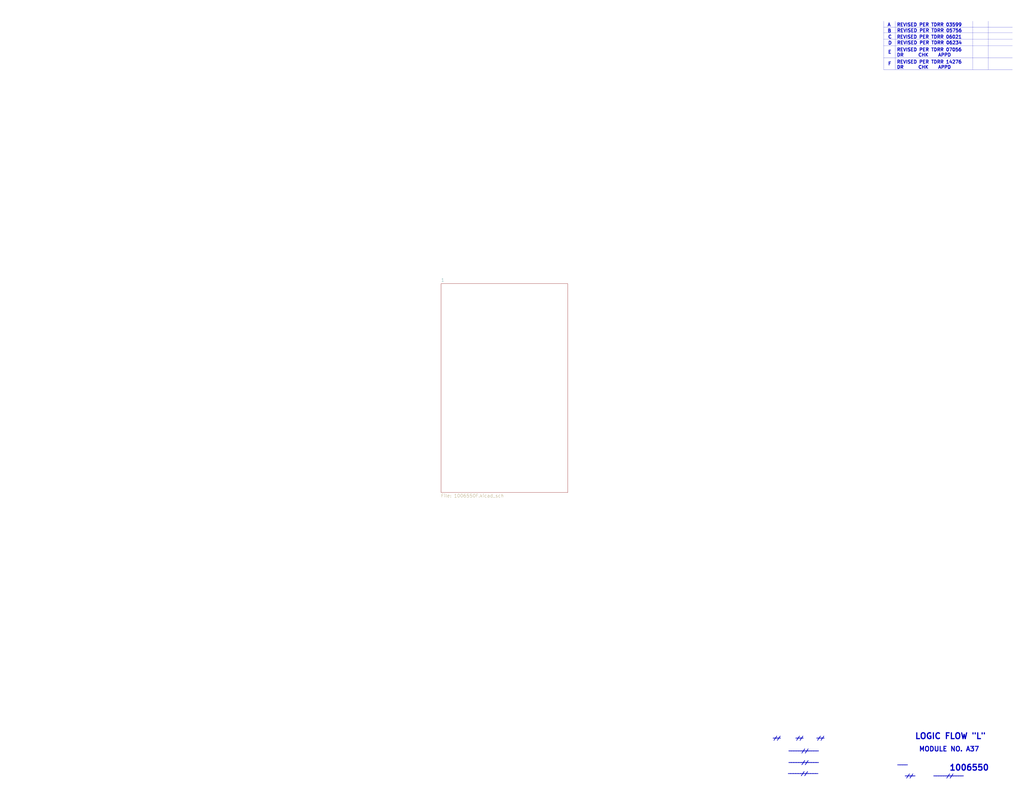
<source format=kicad_sch>
(kicad_sch (version 20211123) (generator eeschema)
  (paper "E")
  (lib_symbols)
  (polyline (pts (xy 964.3872 35.941) (xy 1104.9762 35.941)) (stroke (width 0) (type solid)))
  (polyline (pts (xy 964.3872 63.246) (xy 1104.9762 63.246)) (stroke (width 0) (type solid)))
  (polyline (pts (xy 976.9602 23.114) (xy 976.9602 75.946)) (stroke (width 0) (type solid)))
  (polyline (pts (xy 964.3872 23.114) (xy 964.3872 75.946)) (stroke (width 0) (type solid)))
  (polyline (pts (xy 964.3872 75.946) (xy 1104.9762 75.946)) (stroke (width 0) (type solid)))
  (polyline (pts (xy 964.3872 29.591) (xy 1104.9762 29.591)) (stroke (width 0) (type solid)))
  (polyline (pts (xy 1078.5602 23.114) (xy 1078.5602 75.946)) (stroke (width 0) (type solid)))
  (polyline (pts (xy 1061.6692 23.114) (xy 1061.6692 75.946)) (stroke (width 0) (type solid)))
  (polyline (pts (xy 964.3872 49.911) (xy 1104.9762 49.911)) (stroke (width 0) (type solid)))
  (polyline (pts (xy 964.3872 42.926) (xy 1104.9762 42.926)) (stroke (width 0) (type solid)))
  (text "REVISED PER TDRR 07056\nDR      CHK    APPD" (at 978.535 62.23 0) (effects (font (size 3.556 3.556) (thickness 0.7112) bold) (justify left bottom)))
  (text "____" (at 979.17 835.66 0) (effects (font (size 3.556 3.556) (thickness 0.7112) bold) (justify left bottom)))
  (text "REVISED PER TDRR 14276\nDR      CHK    APPD" (at 978.535 75.565 0) (effects (font (size 3.556 3.556) (thickness 0.7112) bold) (justify left bottom)))
  (text "//" (at 868.68 808.355 0) (effects (font (size 3.556 3.556) (thickness 0.7112) bold) (justify left bottom)))
  (text "___" (at 890.905 806.45 0) (effects (font (size 3.556 3.556) (thickness 0.7112) bold) (justify left bottom)))
  (text "D" (at 969.0862 49.149 0) (effects (font (size 3.556 3.556) (thickness 0.7112) bold) (justify left bottom)))
  (text "E" (at 969.01 59.055 0) (effects (font (size 3.556 3.556) (thickness 0.7112) bold) (justify left bottom)))
  (text "//" (at 874.395 835.025 0) (effects (font (size 3.556 3.556) (thickness 0.7112) bold) (justify left bottom)))
  (text "____________" (at 860.425 833.12 0) (effects (font (size 3.556 3.556) (thickness 0.7112) bold) (justify left bottom)))
  (text "____" (at 987.425 847.725 0) (effects (font (size 3.556 3.556) (thickness 0.7112) bold) (justify left bottom)))
  (text "//" (at 1032.51 849.63 0) (effects (font (size 3.556 3.556) (thickness 0.7112) bold) (justify left bottom)))
  (text "REVISED PER TDRR 06234" (at 978.7382 48.895 0) (effects (font (size 3.556 3.556) (thickness 0.7112) bold) (justify left bottom)))
  (text "A" (at 968.375 29.21 0) (effects (font (size 3.556 3.556) (thickness 0.7112) bold) (justify left bottom)))
  (text "____________" (at 860.425 820.42 0) (effects (font (size 3.556 3.556) (thickness 0.7112) bold) (justify left bottom)))
  (text "___" (at 843.28 806.45 0) (effects (font (size 3.556 3.556) (thickness 0.7112) bold) (justify left bottom)))
  (text "____________" (at 859.79 845.185 0) (effects (font (size 3.556 3.556) (thickness 0.7112) bold) (justify left bottom)))
  (text "REVISED PER TDRR 06021" (at 978.535 42.545 0) (effects (font (size 3.556 3.556) (thickness 0.7112) bold) (justify left bottom)))
  (text "REVISED PER TDRR 03599" (at 978.535 29.21 0) (effects (font (size 3.556 3.556) (thickness 0.7112) bold) (justify left bottom)))
  (text "LOGIC FLOW \"L\"" (at 998.22 807.72 0) (effects (font (size 6.35 6.35) (thickness 1.27) bold) (justify left bottom)))
  (text "B" (at 968.4512 35.814 0) (effects (font (size 3.556 3.556) (thickness 0.7112) bold) (justify left bottom)))
  (text "C" (at 969.01 42.545 0) (effects (font (size 3.556 3.556) (thickness 0.7112) bold) (justify left bottom)))
  (text "F" (at 969.01 71.755 0) (effects (font (size 3.556 3.556) (thickness 0.7112) bold) (justify left bottom)))
  (text "//" (at 843.915 808.355 0) (effects (font (size 3.556 3.556) (thickness 0.7112) bold) (justify left bottom)))
  (text "//" (at 873.76 847.09 0) (effects (font (size 3.556 3.556) (thickness 0.7112) bold) (justify left bottom)))
  (text "MODULE NO. A37" (at 1002.665 821.055 0) (effects (font (size 5.08 5.08) (thickness 1.016) bold) (justify left bottom)))
  (text "____________" (at 1018.54 847.725 0) (effects (font (size 3.556 3.556) (thickness 0.7112) bold) (justify left bottom)))
  (text "//" (at 874.395 822.325 0) (effects (font (size 3.556 3.556) (thickness 0.7112) bold) (justify left bottom)))
  (text "___" (at 868.045 806.45 0) (effects (font (size 3.556 3.556) (thickness 0.7112) bold) (justify left bottom)))
  (text "//" (at 988.695 849.63 0) (effects (font (size 3.556 3.556) (thickness 0.7112) bold) (justify left bottom)))
  (text "1006550" (at 1035.812 842.137 0) (effects (font (size 6.35 6.35) (thickness 1.27) bold) (justify left bottom)))
  (text "REVISED PER TDRR 05756" (at 978.7382 35.56 0) (effects (font (size 3.556 3.556) (thickness 0.7112) bold) (justify left bottom)))
  (text "//" (at 891.54 808.355 0) (effects (font (size 3.556 3.556) (thickness 0.7112) bold) (justify left bottom)))
  (sheet (at 481.33 309.88) (size 138.43 227.965)
    (property "Sheet name" "1" (at 481.33 308.0254 0) (effects (font (size 3.556 3.556)) (justify left bottom)))
    (property "Sheet file" "1006550F.kicad_sch" (at 481.33 539.344 0) (effects (font (size 3.556 3.556)) (justify left top)))
  )
)
</source>
